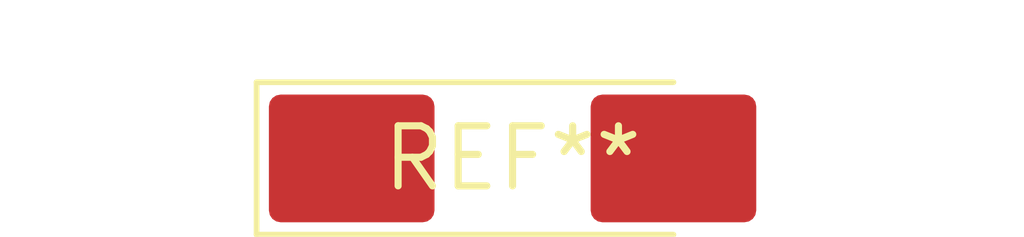
<source format=kicad_pcb>
(kicad_pcb (version 20240108) (generator pcbnew)
  (layers (0 "F.Cu" signal) (31 "B.Cu" signal) (34 "B.Paste" user) (35 "F.Paste" user) (36 "B.SilkS" user "B.Silkscreen") (37 "F.SilkS" user "F.Silkscreen") (38 "B.Mask" user) (39 "F.Mask" user) (44 "Edge.Cuts" user))
  (net 0 "")
  (footprint "D_MELF_Handsoldering" (layer "F.Cu") (at 0 0)
    (property "Reference" "REF**")
    (property "Value" "D_MELF_Handsoldering")
    (fp_line (start -5.41 -1.61) (end -5.41 1.61) (layer "F.SilkS") (stroke (width 0.12)))
    (fp_line (start -5.41 1.61) (end 3.4 1.61) (layer "F.SilkS") (stroke (width 0.12)))
    (fp_line (start 3.4 -1.61) (end -5.41 -1.61) (layer "F.SilkS") (stroke (width 0.12)))
    (pad "1" smd roundrect (at -3.4 0) (size 3.5 2.7) (layers "F.Cu" "F.Paste" "F.Mask") (roundrect_rratio 0.0925925926))
    (pad "2" smd roundrect (at 3.4 0) (size 3.5 2.7) (layers "F.Cu" "F.Paste" "F.Mask") (roundrect_rratio 0.0925925926))
  )
)
</source>
